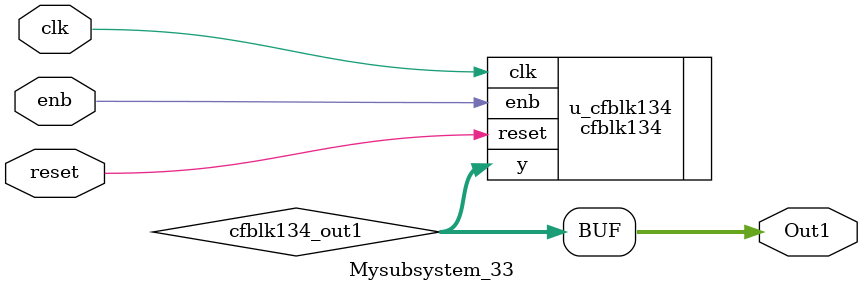
<source format=v>



`timescale 1 ns / 1 ns

module Mysubsystem_33
          (clk,
           reset,
           enb,
           Out1);


  input   clk;
  input   reset;
  input   enb;
  output  [15:0] Out1;  // uint16


  wire [15:0] cfblk134_out1;  // uint16


  cfblk134 u_cfblk134 (.clk(clk),
                       .reset(reset),
                       .enb(enb),
                       .y(cfblk134_out1)  // uint16
                       );

  assign Out1 = cfblk134_out1;

endmodule  // Mysubsystem_33


</source>
